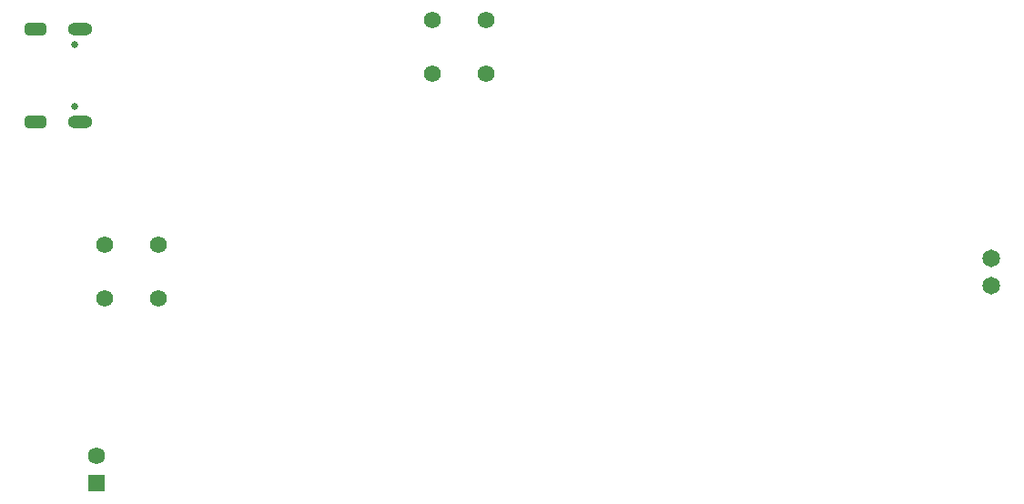
<source format=gbs>
%TF.GenerationSoftware,KiCad,Pcbnew,7.0.9*%
%TF.CreationDate,2024-04-11T22:47:46-07:00*%
%TF.ProjectId,Microphone_Final,4d696372-6f70-4686-9f6e-655f46696e61,rev?*%
%TF.SameCoordinates,Original*%
%TF.FileFunction,Soldermask,Bot*%
%TF.FilePolarity,Negative*%
%FSLAX46Y46*%
G04 Gerber Fmt 4.6, Leading zero omitted, Abs format (unit mm)*
G04 Created by KiCad (PCBNEW 7.0.9) date 2024-04-11 22:47:46*
%MOMM*%
%LPD*%
G01*
G04 APERTURE LIST*
G04 Aperture macros list*
%AMRoundRect*
0 Rectangle with rounded corners*
0 $1 Rounding radius*
0 $2 $3 $4 $5 $6 $7 $8 $9 X,Y pos of 4 corners*
0 Add a 4 corners polygon primitive as box body*
4,1,4,$2,$3,$4,$5,$6,$7,$8,$9,$2,$3,0*
0 Add four circle primitives for the rounded corners*
1,1,$1+$1,$2,$3*
1,1,$1+$1,$4,$5*
1,1,$1+$1,$6,$7*
1,1,$1+$1,$8,$9*
0 Add four rect primitives between the rounded corners*
20,1,$1+$1,$2,$3,$4,$5,0*
20,1,$1+$1,$4,$5,$6,$7,0*
20,1,$1+$1,$6,$7,$8,$9,0*
20,1,$1+$1,$8,$9,$2,$3,0*%
G04 Aperture macros list end*
%ADD10RoundRect,0.102000X-0.689000X-0.689000X0.689000X-0.689000X0.689000X0.689000X-0.689000X0.689000X0*%
%ADD11C,1.582000*%
%ADD12C,1.574800*%
%ADD13C,1.651000*%
%ADD14C,0.650000*%
%ADD15O,2.304000X1.204000*%
%ADD16RoundRect,0.352000X-0.650000X0.250000X-0.650000X-0.250000X0.650000X-0.250000X0.650000X0.250000X0*%
G04 APERTURE END LIST*
D10*
%TO.C,MK1*%
X74295000Y-95250000D03*
D11*
X74295000Y-92710000D03*
%TD*%
D12*
%TO.C,SW2*%
X110490000Y-57150000D03*
X105490000Y-57150000D03*
X105490000Y-52150010D03*
X110490000Y-52150010D03*
%TD*%
D13*
%TO.C,J2*%
X157480000Y-76835000D03*
X157480000Y-74295000D03*
%TD*%
D12*
%TO.C,SW1*%
X75010000Y-73025000D03*
X80010000Y-73025000D03*
X80010000Y-78024990D03*
X75010000Y-78024990D03*
%TD*%
D14*
%TO.C,J1*%
X72260000Y-54385000D03*
X72260000Y-60165000D03*
D15*
X72760000Y-52955000D03*
X72760000Y-61595000D03*
D16*
X68580000Y-52955000D03*
X68580000Y-61595000D03*
%TD*%
M02*

</source>
